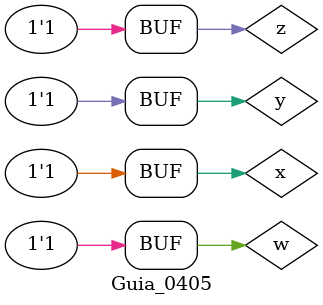
<source format=v>
/*
    -identificação: 

Guia_0405 - 23 / 08 / 2024

Nome: Davi Cândido de Almeida
Matricula: 857859
Código de Pessoa: 1527368

*/


// ---------------------
// -- expression SOP
// ---------------------

module f05_a_SOP (output s, input x, y);

    assign s = (x&~y);

endmodule 


module f05_b_SOP (output s, input x, y);

    assign s = (~x&y) | (x&y);

endmodule 


module f05_c_SOP (output s, input x, y, z);

    assign s = (~x&~y&~z) | (~x&y&z) | (x&~y&~z) | (x&~y&z) | (x&y&z) ;

endmodule 


module f05_d_SOP (output s, input x, y, z);

    assign s = (~x&~y&~z) | (~x&~y&z) | (~x&y&~z) | (x&~y&~z) | (x&~y&z) | (x&y&~z) ;

endmodule 


module f05_e_SOP (output s, input x,y, w, z);

    assign s = (~x&~y&~w&~z) | (~x&~y&~w&z) | (~x&~y&w&z) | (~x&y&~w&z) | (~x&y&w&~z) | (x&~y&~w&~z) | (x&~y&~w&z) | (x&~y&w&~z) | (x&y&~w&~z) | (x&y&w&~z) | (x&y&w&z);

endmodule 

// ---------------------
// -- expression POS
// ---------------------

module f05_a_POS (output s, input x, y);

    assign s = (x|y) & (x|~y) & (~x|~y);

endmodule 


module f05_b_POS (output s, input x, y);

    assign s = (x|y) & (~x|y) ;

endmodule 


module f05_c_POS (output s, input x, y, z);

    assign s = (x|y|~z) & (x|~y|z) & (~x|~y|z) ;

endmodule 


module f05_d_POS (output s, input x, y, z);

    assign s = (x|~y|~z) & (~x|~y|~z) ;

endmodule 


module f05_e_POS (output s, input x,y, w, z);

    assign s = (x|y|~w|z) & (x|~y|w|z) & (x|~y|~w|~z) & (~x|y|~w|~z) & (~x|~y|w|~z);

endmodule 


// ---------------------
// -- test_module
// ---------------------
module Guia_0405;
    reg x, y, w, z;
    wire s1_SOP, s2_SOP, s3_SOP, s4_SOP, s5_SOP, s1_POS, s2_POS, s3_POS, s4_POS, s5_POS;
    // instancias
    f05_a_SOP f05_a_SOP (s1_SOP, x, y);
        f05_a_POS f05_a_POS (s1_POS, x, y);

    f05_b_SOP f05_b_SOP (s2_SOP, x, y);
        f05_b_POS f05_b_POS (s2_POS, x, y);

    f05_c_SOP f05_c_SOP (s3_SOP, x, y, z);
        f05_c_POS f05_c_POS (s3_POS, x, y, z);

    f05_d_SOP f05_d_SOP (s4_SOP, x, y, z);
        f05_d_POS f05_d_POS (s4_POS, x, y, z);

    f05_e_SOP f05_e_SOP (s5_SOP, x, y, w, z);
        f05_e_POS f05_e_POS (s5_POS, x, y, w, z);

    // valores iniciais
    initial begin: start
    x=1'bx; y=1'bx; z=1'bx; w = 1'bx; // indefinidos
    end
    // parte principal
    initial begin: main
    // identificacao
    $display("Exemplo- Davi Cândido de Almeida - 857859");
    $display("\n Atividade 05)  \n");
    // monitoramento
    $display(" x  y  =  aS aP bS bP");
    $monitor("%2b %2b = %2b %2b %2b %2b ", x, y, s1_SOP, s1_POS, s2_SOP, s2_POS);
    // sinalizacao
    #1 x=0; y=0;
    #1 x=0; y=1;
    #1 x=1; y=0;
    #1 x=1; y=1;
    #1

    x=1'bx; y=1'bx; z=1'bx; w = 1'bx;
    $display("\n x  y  z =  cS cP dS dP");
    $monitor("%2b %2b %2b = %2b %2b %2b %2b", x, y, z, s3_SOP, s3_POS, s4_SOP, s4_POS);
    // sinalizacao
    #1 x=0; y=0; z=0;
    #1 x=0; y=0; z=1;
    #1 x=0; y=1; z=0;
    #1 x=0; y=1; z=1;
    #1 x=1; y=0; z=0;
    #1 x=1; y=0; z=1;
    #1 x=1; y=1; z=0;
    #1 x=1; y=1; z=1;
    #1

    x=1'bx; y=1'bx; z=1'bx; w = 1'bx;
    $display("\n x  y  w  z =  eS eP");
    $monitor("%2b %2b %2b %2b = %2b %2b ", x, y, w, z, s5_SOP, s5_POS);
    #1 x=0; y=0; w = 0; z=0; 
    #1 x=0; y=0; w = 0; z=1;
    #1 x=0; y=0; w = 1; z=0; 
    #1 x=0; y=0; w = 1; z=1; 
    #1 x=0; y=1; w = 0; z=0; 
    #1 x=0; y=1; w = 0; z=1; 
    #1 x=0; y=1; w = 1; z=0; 
    #1 x=0; y=1; w = 1; z=1; 
    #1 x=1; y=0; w = 0; z=0; 
    #1 x=1; y=0; w = 0; z=1; 
    #1 x=1; y=0; w = 1; z=0; 
    #1 x=1; y=0; w = 1; z=1; 
    #1 x=1; y=1; w = 0; z=0; 
    #1 x=1; y=1; w = 0; z=1; 
    #1 x=1; y=1; w = 1; z=0; 
    #1 x=1; y=1; w = 1; z=1; 
        
end
endmodule // test_module
/*
    -Saídas de resultados:

Exemplo- Davi Cândido de Almeida - 857859

 Atividade 05)  

 x  y  =  aS aP bS bP
 x  x =  x  x  x  x 
 0  0 =  0  0  0  0 
 0  1 =  0  0  1  1 
 1  0 =  1  1  0  0 
 1  1 =  0  0  1  1 

 x  y  z =  cS cP dS dP
 x  x  x =  x  x  x  x
 0  0  0 =  1  1  1  1
 0  0  1 =  0  0  1  1
 0  1  0 =  0  0  1  1
 0  1  1 =  1  1  0  0
 1  0  0 =  1  1  1  1
 1  0  1 =  1  1  1  1
 1  1  0 =  0  0  1  1
 1  1  1 =  1  1  0  0

 x  y  w  z =  eS eP
 x  x  x  x =  x  x 
 0  0  0  0 =  1  1 
 0  0  0  1 =  1  1 
 0  0  1  0 =  0  0 
 0  0  1  1 =  1  1 
 0  1  0  0 =  0  0 
 0  1  0  1 =  1  1 
 0  1  1  0 =  1  1 
 0  1  1  1 =  0  0 
 1  0  0  0 =  1  1 
 1  0  0  1 =  1  1 
 1  0  1  0 =  1  1 
 1  0  1  1 =  0  0 
 1  1  0  0 =  1  1 
 1  1  0  1 =  0  0 
 1  1  1  0 =  1  1 
 1  1  1  1 =  1  1 
s
Observou-se que os resultados considiram entre a SOP e POS
*/

/*
    -Notas:

Para compilar: iverilog -o Guia_0405.vvp Guia_0405.v
Para executar: vvp Guia_0405.vvp
*/




</source>
